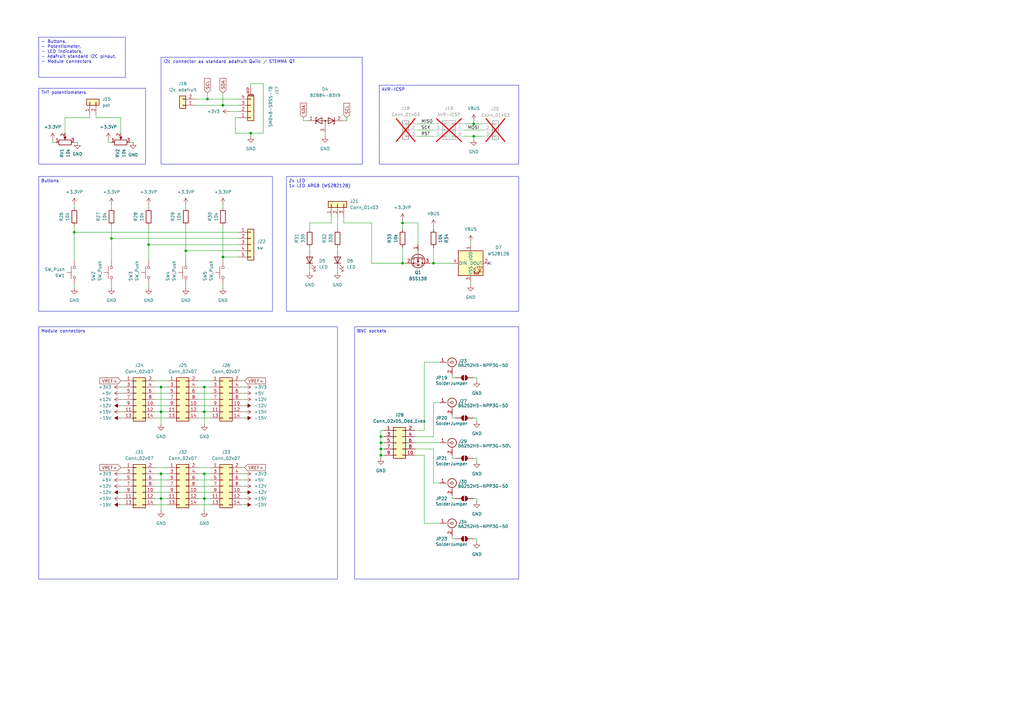
<source format=kicad_sch>
(kicad_sch (version 20250114) (generator "eeschema") (generator_version "9.0")
  (paper "A3")
  (text_box "Buttons" (at 15.875 72.39 0) (size 95.885 55.245) (margins 0.9525 0.9525 0.9525 0.9525) (effects (font (size 1.27 1.27)) (justify left top)))
  (text_box "i2c connector as standard adafruit Qwiic / STEMMA QT" (at 66.04 23.495 0) (size 82.55 43.815) (margins 0.9525 0.9525 0.9525 0.9525) (effects (font (size 1.27 1.27)) (justify left top)))
  (text_box "2x LED\n1x LED ARGB (WS28212B)" (at 117.475 72.39 0) (size 95.25 55.245) (margins 0.9525 0.9525 0.9525 0.9525) (effects (font (size 1.27 1.27)) (justify left top)))
  (text_box "THT potentiometers" (at 15.875 36.195 0) (size 43.815 31.115) (margins 0.9525 0.9525 0.9525 0.9525) (effects (font (size 1.27 1.27)) (justify left top)))
  (text_box "AVR-ICSP" (at 155.575 34.925 0) (size 57.15 32.385) (margins 0.9525 0.9525 0.9525 0.9525) (effects (font (size 1.27 1.27)) (justify left top)))
  (text_box "BNC sockets" (at 145.415 133.985 0) (size 67.31 103.505) (margins 0.9525 0.9525 0.9525 0.9525) (effects (font (size 1.27 1.27)) (justify left top)))
  (text_box "Module connectors" (at 15.875 133.985 0) (size 122.555 103.505) (margins 0.9525 0.9525 0.9525 0.9525) (effects (font (size 1.27 1.27)) (justify left top)))
  (text_box "- Buttons,\n- Potentiometer,\n- LED indicators,\n- Adafruit standard I2C pinout,\n- Module connectors" (at 15.875 15.24 0) (size 35.56 16.51) (margins 0.9525 0.9525 0.9525 0.9525) (effects (font (size 1.27 1.27)) (justify left top)))
  (junction (at 83.82 158.75))
  (junction (at 76.2 102.87))
  (junction (at 85.09 40.64))
  (junction (at 156.21 181.61))
  (junction (at 83.82 168.91))
  (junction (at 83.82 204.47))
  (junction (at 102.87 54.61))
  (junction (at 165.1 91.44))
  (junction (at 66.04 194.31))
  (junction (at 66.04 168.91))
  (junction (at 91.44 43.18))
  (junction (at 66.04 158.75))
  (junction (at 194.31 50.8))
  (junction (at 156.21 179.07))
  (junction (at 177.8 107.95))
  (junction (at 83.82 194.31))
  (junction (at 66.04 204.47))
  (junction (at 156.21 186.69))
  (junction (at 45.72 97.79))
  (junction (at 30.48 95.25))
  (junction (at 156.21 184.15))
  (junction (at 91.44 105.41))
  (junction (at 60.96 100.33))
  (junction (at 194.31 55.88))
  (junction (at 165.1 107.95))
  (no_connect (at 200.66 107.95))
  (wire (pts (xy 49.53 196.85) (xy 50.8 196.85)))
  (wire (pts (xy 81.28 156.21) (xy 86.36 156.21)))
  (wire (pts (xy 99.06 191.77) (xy 100.33 191.77)))
  (wire (pts (xy 195.58 205.74) (xy 195.58 204.47)))
  (wire (pts (xy 63.5 191.77) (xy 68.58 191.77)))
  (wire (pts (xy 49.53 191.77) (xy 50.8 191.77)))
  (wire (pts (xy 165.1 93.98) (xy 165.1 91.44)))
  (wire (pts (xy 186.69 187.96) (xy 185.42 187.96)))
  (wire (pts (xy 152.4 107.95) (xy 165.1 107.95)))
  (wire (pts (xy 140.97 88.9) (xy 140.97 91.44)))
  (wire (pts (xy 100.33 207.01) (xy 99.06 207.01)))
  (wire (pts (xy 81.28 201.93) (xy 86.36 201.93)))
  (wire (pts (xy 165.1 91.44) (xy 171.45 91.44)))
  (wire (pts (xy 66.04 209.55) (xy 66.04 204.47)))
  (wire (pts (xy 81.28 163.83) (xy 86.36 163.83)))
  (wire (pts (xy 30.48 92.71) (xy 30.48 95.25)))
  (wire (pts (xy 93.98 45.72) (xy 97.79 45.72)))
  (wire (pts (xy 81.28 158.75) (xy 83.82 158.75)))
  (wire (pts (xy 30.48 95.25) (xy 30.48 106.68)))
  (wire (pts (xy 173.99 214.63) (xy 180.34 214.63)))
  (wire (pts (xy 63.5 204.47) (xy 66.04 204.47)))
  (wire (pts (xy 185.42 204.47) (xy 185.42 203.2)))
  (wire (pts (xy 83.82 158.75) (xy 86.36 158.75)))
  (wire (pts (xy 66.04 194.31) (xy 66.04 204.47)))
  (wire (pts (xy 135.89 91.44) (xy 127 91.44)))
  (wire (pts (xy 60.96 118.11) (xy 60.96 116.84)))
  (wire (pts (xy 100.33 171.45) (xy 99.06 171.45)))
  (wire (pts (xy 177.8 179.07) (xy 177.8 165.1)))
  (wire (pts (xy 140.97 91.44) (xy 152.4 91.44)))
  (wire (pts (xy 127 101.6) (xy 127 102.87)))
  (wire (pts (xy 171.45 91.44) (xy 171.45 100.33)))
  (wire (pts (xy 49.53 156.21) (xy 50.8 156.21)))
  (wire (pts (xy 49.53 171.45) (xy 50.8 171.45)))
  (wire (pts (xy 100.33 168.91) (xy 99.06 168.91)))
  (wire (pts (xy 60.96 100.33) (xy 60.96 106.68)))
  (wire (pts (xy 156.21 187.96) (xy 156.21 186.69)))
  (wire (pts (xy 66.04 204.47) (xy 68.58 204.47)))
  (wire (pts (xy 31.75 58.42) (xy 30.48 58.42)))
  (wire (pts (xy 81.28 194.31) (xy 83.82 194.31)))
  (wire (pts (xy 171.45 53.34) (xy 177.8 53.34)))
  (wire (pts (xy 102.87 35.56) (xy 102.87 34.29)))
  (wire (pts (xy 80.01 43.18) (xy 91.44 43.18)))
  (wire (pts (xy 63.5 199.39) (xy 68.58 199.39)))
  (wire (pts (xy 165.1 101.6) (xy 165.1 107.95)))
  (wire (pts (xy 83.82 209.55) (xy 83.82 204.47)))
  (wire (pts (xy 76.2 102.87) (xy 76.2 106.68)))
  (wire (pts (xy 185.42 220.98) (xy 185.42 219.71)))
  (wire (pts (xy 156.21 181.61) (xy 157.48 181.61)))
  (wire (pts (xy 195.58 154.94) (xy 194.31 154.94)))
  (wire (pts (xy 60.96 83.82) (xy 60.96 85.09)))
  (wire (pts (xy 49.53 194.31) (xy 50.8 194.31)))
  (wire (pts (xy 138.43 101.6) (xy 138.43 102.87)))
  (wire (pts (xy 99.06 156.21) (xy 100.33 156.21)))
  (wire (pts (xy 96.52 54.61) (xy 102.87 54.61)))
  (wire (pts (xy 194.31 49.53) (xy 194.31 50.8)))
  (wire (pts (xy 63.5 161.29) (xy 68.58 161.29)))
  (wire (pts (xy 177.8 184.15) (xy 177.8 198.12)))
  (wire (pts (xy 156.21 184.15) (xy 157.48 184.15)))
  (wire (pts (xy 124.46 49.53) (xy 125.73 49.53)))
  (wire (pts (xy 195.58 156.21) (xy 195.58 154.94)))
  (wire (pts (xy 76.2 92.71) (xy 76.2 102.87)))
  (wire (pts (xy 100.33 158.75) (xy 99.06 158.75)))
  (wire (pts (xy 83.82 173.99) (xy 83.82 168.91)))
  (wire (pts (xy 100.33 194.31) (xy 99.06 194.31)))
  (wire (pts (xy 44.45 58.42) (xy 45.72 58.42)))
  (wire (pts (xy 194.31 50.8) (xy 198.12 50.8)))
  (wire (pts (xy 127 91.44) (xy 127 93.98)))
  (wire (pts (xy 49.53 48.26) (xy 39.37 48.26)))
  (wire (pts (xy 66.04 158.75) (xy 66.04 168.91)))
  (wire (pts (xy 170.18 176.53) (xy 173.99 176.53)))
  (wire (pts (xy 76.2 118.11) (xy 76.2 116.84)))
  (wire (pts (xy 186.69 154.94) (xy 185.42 154.94)))
  (wire (pts (xy 91.44 105.41) (xy 97.79 105.41)))
  (wire (pts (xy 97.79 48.26) (xy 96.52 48.26)))
  (wire (pts (xy 45.72 118.11) (xy 45.72 116.84)))
  (wire (pts (xy 39.37 48.26) (xy 39.37 46.99)))
  (wire (pts (xy 81.28 196.85) (xy 86.36 196.85)))
  (wire (pts (xy 63.5 171.45) (xy 68.58 171.45)))
  (wire (pts (xy 83.82 204.47) (xy 86.36 204.47)))
  (wire (pts (xy 81.28 171.45) (xy 86.36 171.45)))
  (wire (pts (xy 63.5 158.75) (xy 66.04 158.75)))
  (wire (pts (xy 81.28 168.91) (xy 83.82 168.91)))
  (wire (pts (xy 177.8 107.95) (xy 185.42 107.95)))
  (wire (pts (xy 195.58 220.98) (xy 194.31 220.98)))
  (wire (pts (xy 81.28 204.47) (xy 83.82 204.47)))
  (wire (pts (xy 85.09 38.1) (xy 85.09 40.64)))
  (wire (pts (xy 44.45 57.15) (xy 44.45 58.42)))
  (wire (pts (xy 195.58 187.96) (xy 194.31 187.96)))
  (wire (pts (xy 156.21 179.07) (xy 156.21 176.53)))
  (wire (pts (xy 107.95 54.61) (xy 102.87 54.61)))
  (wire (pts (xy 91.44 118.11) (xy 91.44 116.84)))
  (wire (pts (xy 49.53 207.01) (xy 50.8 207.01)))
  (wire (pts (xy 63.5 166.37) (xy 68.58 166.37)))
  (wire (pts (xy 165.1 107.95) (xy 166.37 107.95)))
  (wire (pts (xy 173.99 186.69) (xy 173.99 214.63)))
  (wire (pts (xy 60.96 92.71) (xy 60.96 100.33)))
  (wire (pts (xy 138.43 88.9) (xy 138.43 93.98)))
  (wire (pts (xy 49.53 201.93) (xy 50.8 201.93)))
  (wire (pts (xy 85.09 40.64) (xy 97.79 40.64)))
  (wire (pts (xy 170.18 184.15) (xy 177.8 184.15)))
  (wire (pts (xy 102.87 55.88) (xy 102.87 54.61)))
  (wire (pts (xy 100.33 163.83) (xy 99.06 163.83)))
  (wire (pts (xy 49.53 166.37) (xy 50.8 166.37)))
  (wire (pts (xy 195.58 172.72) (xy 195.58 171.45)))
  (wire (pts (xy 49.53 158.75) (xy 50.8 158.75)))
  (wire (pts (xy 186.69 220.98) (xy 185.42 220.98)))
  (wire (pts (xy 63.5 196.85) (xy 68.58 196.85)))
  (wire (pts (xy 170.18 181.61) (xy 180.34 181.61)))
  (wire (pts (xy 100.33 166.37) (xy 99.06 166.37)))
  (wire (pts (xy 83.82 168.91) (xy 86.36 168.91)))
  (wire (pts (xy 83.82 158.75) (xy 83.82 168.91)))
  (wire (pts (xy 195.58 189.23) (xy 195.58 187.96)))
  (wire (pts (xy 81.28 191.77) (xy 86.36 191.77)))
  (wire (pts (xy 185.42 154.94) (xy 185.42 153.67)))
  (wire (pts (xy 124.46 48.26) (xy 124.46 49.53)))
  (wire (pts (xy 194.31 55.88) (xy 194.31 57.15)))
  (wire (pts (xy 170.18 186.69) (xy 173.99 186.69)))
  (wire (pts (xy 76.2 83.82) (xy 76.2 85.09)))
  (wire (pts (xy 100.33 161.29) (xy 99.06 161.29)))
  (wire (pts (xy 49.53 204.47) (xy 50.8 204.47)))
  (wire (pts (xy 194.31 55.88) (xy 198.12 55.88)))
  (wire (pts (xy 30.48 118.11) (xy 30.48 116.84)))
  (wire (pts (xy 156.21 186.69) (xy 157.48 186.69)))
  (wire (pts (xy 186.69 171.45) (xy 185.42 171.45)))
  (wire (pts (xy 156.21 184.15) (xy 156.21 181.61)))
  (wire (pts (xy 135.89 88.9) (xy 135.89 91.44)))
  (wire (pts (xy 100.33 196.85) (xy 99.06 196.85)))
  (wire (pts (xy 45.72 97.79) (xy 45.72 106.68)))
  (wire (pts (xy 80.01 40.64) (xy 85.09 40.64)))
  (wire (pts (xy 63.5 163.83) (xy 68.58 163.83)))
  (wire (pts (xy 171.45 55.88) (xy 177.8 55.88)))
  (wire (pts (xy 177.8 198.12) (xy 180.34 198.12)))
  (wire (pts (xy 195.58 222.25) (xy 195.58 220.98)))
  (wire (pts (xy 66.04 194.31) (xy 68.58 194.31)))
  (wire (pts (xy 66.04 168.91) (xy 68.58 168.91)))
  (wire (pts (xy 45.72 92.71) (xy 45.72 97.79)))
  (wire (pts (xy 142.24 48.26) (xy 142.24 49.53)))
  (wire (pts (xy 81.28 199.39) (xy 86.36 199.39)))
  (wire (pts (xy 156.21 176.53) (xy 157.48 176.53)))
  (wire (pts (xy 100.33 204.47) (xy 99.06 204.47)))
  (wire (pts (xy 173.99 148.59) (xy 180.34 148.59)))
  (wire (pts (xy 176.53 107.95) (xy 177.8 107.95)))
  (wire (pts (xy 26.67 48.26) (xy 26.67 54.61)))
  (wire (pts (xy 171.45 50.8) (xy 177.8 50.8)))
  (wire (pts (xy 185.42 187.96) (xy 185.42 186.69)))
  (wire (pts (xy 49.53 163.83) (xy 50.8 163.83)))
  (wire (pts (xy 185.42 171.45) (xy 185.42 170.18)))
  (wire (pts (xy 152.4 91.44) (xy 152.4 107.95)))
  (wire (pts (xy 63.5 194.31) (xy 66.04 194.31)))
  (wire (pts (xy 91.44 38.1) (xy 91.44 43.18)))
  (wire (pts (xy 127 111.76) (xy 127 110.49)))
  (wire (pts (xy 83.82 194.31) (xy 86.36 194.31)))
  (wire (pts (xy 190.5 55.88) (xy 194.31 55.88)))
  (wire (pts (xy 91.44 92.71) (xy 91.44 105.41)))
  (wire (pts (xy 81.28 161.29) (xy 86.36 161.29)))
  (wire (pts (xy 138.43 111.76) (xy 138.43 110.49)))
  (wire (pts (xy 21.59 58.42) (xy 22.86 58.42)))
  (wire (pts (xy 30.48 83.82) (xy 30.48 85.09)))
  (wire (pts (xy 36.83 48.26) (xy 26.67 48.26)))
  (wire (pts (xy 49.53 199.39) (xy 50.8 199.39)))
  (wire (pts (xy 186.69 204.47) (xy 185.42 204.47)))
  (wire (pts (xy 195.58 204.47) (xy 194.31 204.47)))
  (wire (pts (xy 63.5 201.93) (xy 68.58 201.93)))
  (wire (pts (xy 91.44 43.18) (xy 97.79 43.18)))
  (wire (pts (xy 165.1 90.17) (xy 165.1 91.44)))
  (wire (pts (xy 195.58 171.45) (xy 194.31 171.45)))
  (wire (pts (xy 100.33 201.93) (xy 99.06 201.93)))
  (wire (pts (xy 170.18 179.07) (xy 177.8 179.07)))
  (wire (pts (xy 156.21 186.69) (xy 156.21 184.15)))
  (wire (pts (xy 100.33 199.39) (xy 99.06 199.39)))
  (wire (pts (xy 45.72 83.82) (xy 45.72 85.09)))
  (wire (pts (xy 76.2 102.87) (xy 97.79 102.87)))
  (wire (pts (xy 193.04 116.84) (xy 193.04 115.57)))
  (wire (pts (xy 21.59 57.15) (xy 21.59 58.42)))
  (wire (pts (xy 177.8 107.95) (xy 177.8 101.6)))
  (wire (pts (xy 96.52 48.26) (xy 96.52 54.61)))
  (wire (pts (xy 190.5 50.8) (xy 194.31 50.8)))
  (wire (pts (xy 91.44 105.41) (xy 91.44 106.68)))
  (wire (pts (xy 177.8 165.1) (xy 180.34 165.1)))
  (wire (pts (xy 133.35 54.61) (xy 133.35 55.88)))
  (wire (pts (xy 177.8 92.71) (xy 177.8 93.98)))
  (wire (pts (xy 83.82 194.31) (xy 83.82 204.47)))
  (wire (pts (xy 66.04 168.91) (xy 66.04 173.99)))
  (wire (pts (xy 156.21 179.07) (xy 157.48 179.07)))
  (wire (pts (xy 54.61 58.42) (xy 53.34 58.42)))
  (wire (pts (xy 91.44 83.82) (xy 91.44 85.09)))
  (wire (pts (xy 102.87 34.29) (xy 107.95 34.29)))
  (wire (pts (xy 30.48 95.25) (xy 97.79 95.25)))
  (wire (pts (xy 49.53 54.61) (xy 49.53 48.26)))
  (wire (pts (xy 63.5 207.01) (xy 68.58 207.01)))
  (wire (pts (xy 81.28 207.01) (xy 86.36 207.01)))
  (wire (pts (xy 142.24 49.53) (xy 140.97 49.53)))
  (wire (pts (xy 36.83 46.99) (xy 36.83 48.26)))
  (wire (pts (xy 49.53 161.29) (xy 50.8 161.29)))
  (wire (pts (xy 66.04 158.75) (xy 68.58 158.75)))
  (wire (pts (xy 156.21 181.61) (xy 156.21 179.07)))
  (wire (pts (xy 60.96 100.33) (xy 97.79 100.33)))
  (wire (pts (xy 63.5 156.21) (xy 68.58 156.21)))
  (wire (pts (xy 173.99 176.53) (xy 173.99 148.59)))
  (wire (pts (xy 63.5 168.91) (xy 66.04 168.91)))
  (wire (pts (xy 107.95 34.29) (xy 107.95 54.61)))
  (wire (pts (xy 45.72 97.79) (xy 97.79 97.79)))
  (wire (pts (xy 193.04 99.06) (xy 193.04 100.33)))
  (wire (pts (xy 81.28 166.37) (xy 86.36 166.37)))
  (wire (pts (xy 49.53 168.91) (xy 50.8 168.91)))
  (wire (pts (xy 190.5 53.34) (xy 198.12 53.34)))
  (label "SCK" (at 172.72 53.34 0))
  (label "MOSI" (at 191.77 53.34 0))
  (label "MISO" (at 172.72 50.8 0))
  (label "RST" (at 172.72 55.88 0))
  (global_label "VREF+" (shape input) (at 100.33 191.77 0) (property "Intersheetrefs" "${INTERSHEET_REFS}" (effects (hide yes))))
  (global_label "SDA" (shape input) (at 91.44 38.1 90) (property "Intersheetrefs" "${INTERSHEET_REFS}" (effects (hide yes))))
  (global_label "VREF+" (shape input) (at 49.53 191.77 180) (property "Intersheetrefs" "${INTERSHEET_REFS}" (effects (hide yes))))
  (global_label "SDA" (shape input) (at 124.46 48.26 90) (property "Intersheetrefs" "${INTERSHEET_REFS}" (effects (hide yes))))
  (global_label "VREF+" (shape input) (at 49.53 156.21 180) (property "Intersheetrefs" "${INTERSHEET_REFS}" (effects (hide yes))))
  (global_label "VREF+" (shape input) (at 100.33 156.21 0) (property "Intersheetrefs" "${INTERSHEET_REFS}" (effects (hide yes))))
  (global_label "SCL" (shape input) (at 85.09 38.1 90) (property "Intersheetrefs" "${INTERSHEET_REFS}" (effects (hide yes))))
  (global_label "SCL" (shape input) (at 142.24 48.26 90) (property "Intersheetrefs" "${INTERSHEET_REFS}" (effects (hide yes))))
  (symbol (lib_id "power:+3.3VP") (at 30.48 83.82 0) (unit 1)
    (property "Reference" "#PWR094" (effects (hide yes)))
    (property "Value" "+3.3VP" (at 30.48 78.74 0))
    (property "Description" "Power symbol creates a global label with name \"+3.3VP\"" (effects (hide yes)))
  )
  (symbol (lib_id "Device:R_Potentiometer") (at 49.53 58.42 90) (unit 1)
    (property "Reference" "RV2" (at 48.2599 60.96 0) (effects (justify right)))
    (property "Value" "10k" (at 50.7999 60.96 0) (effects (justify right)))
    (property "Footprint" "Potentiometer_THT:Potentiometer_Bourns_3296W_Vertical" (effects (hide yes)))
    (property "Description" "Potentiometer" (effects (hide yes)))
  )
  (symbol (lib_id "power:-15V") (at 100.33 207.01 270) (mirror x) (unit 1)
    (property "Reference" "#PWR0140" (effects (hide yes)))
    (property "Value" "-15V" (at 104.14 207.0099 90) (effects (justify left)))
    (property "Description" "Power symbol creates a global label with name \"-15V\"" (effects (hide yes)))
  )
  (symbol (lib_id "Connector_Generic_MountingPin:Conn_01x04_MountingPin") (at 102.87 45.72 0) (mirror x) (unit 1)
    (property "Reference" "J17" (at 113.538 35.306 90) (effects (justify left)))
    (property "Value" "SM04B-SRSS-TB" (at 110.998 35.306 90) (effects (justify left)))
    (property "Footprint" "Connector_JST:JST_SH_SM04B-SRSS-TB_1x04-1MP_P1.00mm_Horizontal" (effects (hide yes)))
    (property "Description" "Generic connectable mounting pin connector, single row, 01x04, script generated (kicad-library-utils/schlib/autogen/connector/)" (effects (hide yes)))
  )
  (symbol (lib_id "Connector_Generic:Conn_01x05") (at 102.87 100.33 0) (unit 1)
    (property "Reference" "J22" (at 105.41 99.0599 0) (effects (justify left)))
    (property "Value" "sw" (at 105.41 101.5999 0) (effects (justify left)))
    (property "Footprint" "Connector_PinHeader_2.54mm:PinHeader_1x05_P2.54mm_Vertical" (effects (hide yes)))
    (property "Description" "Generic connector, single row, 01x05, script generated (kicad-library-utils/schlib/autogen/connector/)" (effects (hide yes)))
  )
  (symbol (lib_id "power:GND") (at 138.43 111.76 0) (unit 1)
    (property "Reference" "#PWR0103" (effects (hide yes)))
    (property "Value" "GND" (at 138.43 116.84 0))
    (property "Description" "Power symbol creates a global label with name \"GND\" , ground" (effects (hide yes)))
  )
  (symbol (lib_id "power:GND") (at 127 111.76 0) (unit 1)
    (property "Reference" "#PWR0102" (effects (hide yes)))
    (property "Value" "GND" (at 127 116.84 0))
    (property "Description" "Power symbol creates a global label with name \"GND\" , ground" (effects (hide yes)))
  )
  (symbol (lib_id "power:GND") (at 195.58 156.21 0) (unit 1)
    (property "Reference" "#PWR0110" (effects (hide yes)))
    (property "Value" "GND" (at 195.58 161.29 0))
    (property "Description" "Power symbol creates a global label with name \"GND\" , ground" (effects (hide yes)))
  )
  (symbol (lib_id "Switch:SW_Push") (at 91.44 111.76 90) (unit 1)
    (property "Reference" "SW5" (at 84.074 115.316 0) (effects (justify left)))
    (property "Value" "SW_Push" (at 86.614 115.316 0) (effects (justify left)))
    (property "Footprint" "Button_Switch_THT:SW_PUSH_6mm_H5mm" (effects (hide yes)))
    (property "Description" "Push button switch, generic, two pins" (effects (hide yes)))
  )
  (symbol (lib_id "Device:R") (at 177.8 97.79 0) (mirror x) (unit 1)
    (property "Reference" "R34" (at 183.134 97.79 90))
    (property "Value" "10k" (at 180.594 97.79 90))
    (property "Footprint" "Resistor_SMD:R_0603_1608Metric_Pad0.98x0.95mm_HandSolder" (effects (hide yes)))
    (property "Description" "Resistor" (effects (hide yes)))
  )
  (symbol (lib_id "power:+3.3VP") (at 165.1 90.17 0) (unit 1)
    (property "Reference" "#PWR099" (effects (hide yes)))
    (property "Value" "+3.3VP" (at 165.1 85.09 0))
    (property "Description" "Power symbol creates a global label with name \"+3.3VP\"" (effects (hide yes)))
  )
  (symbol (lib_id "power:GND") (at 195.58 172.72 0) (unit 1)
    (property "Reference" "#PWR0123" (effects (hide yes)))
    (property "Value" "GND" (at 195.58 177.8 0))
    (property "Description" "Power symbol creates a global label with name \"GND\" , ground" (effects (hide yes)))
  )
  (symbol (lib_id "power:+15V") (at 49.53 204.47 90) (unit 1)
    (property "Reference" "#PWR0136" (effects (hide yes)))
    (property "Value" "+15V" (at 45.72 204.4699 90) (effects (justify left)))
    (property "Description" "Power symbol creates a global label with name \"+15V\"" (effects (hide yes)))
  )
  (symbol (lib_id "Device:LED") (at 138.43 106.68 90) (unit 1)
    (property "Reference" "D6" (at 142.24 106.9974 90) (effects (justify right)))
    (property "Value" "LED" (at 142.24 109.5374 90) (effects (justify right)))
    (property "Footprint" "LED_SMD:LED_1206_3216Metric" (effects (hide yes)))
    (property "Description" "Light emitting diode" (effects (hide yes)))
    (property "Sim.Pins" "1=K 2=A" (effects (hide yes)))
  )
  (symbol (lib_id "power:GND") (at 83.82 173.99 0) (mirror y) (unit 1)
    (property "Reference" "#PWR0125" (effects (hide yes)))
    (property "Value" "GND" (at 83.82 179.07 0))
    (property "Description" "Power symbol creates a global label with name \"GND\" , ground" (effects (hide yes)))
  )
  (symbol (lib_id "power:GND") (at 45.72 118.11 0) (unit 1)
    (property "Reference" "#PWR0106" (effects (hide yes)))
    (property "Value" "GND" (at 45.72 123.19 0))
    (property "Description" "Power symbol creates a global label with name \"GND\" , ground" (effects (hide yes)))
  )
  (symbol (lib_id "Device:R") (at 127 97.79 180) (unit 1)
    (property "Reference" "R31" (at 121.666 97.79 90))
    (property "Value" "330" (at 124.206 97.79 90))
    (property "Footprint" "Resistor_SMD:R_0603_1608Metric_Pad0.98x0.95mm_HandSolder" (effects (hide yes)))
    (property "Description" "Resistor" (effects (hide yes)))
  )
  (symbol (lib_id "Connector_Generic:Conn_02x05_Odd_Even") (at 162.56 181.61 0) (unit 1)
    (property "Reference" "J28" (at 163.83 170.18 0))
    (property "Value" "Conn_02x05_Odd_Even" (at 163.83 172.72 0))
    (property "Footprint" "Connector_PinHeader_2.54mm:PinHeader_2x05_P2.54mm_Vertical" (effects (hide yes)))
    (property "Description" "Generic connector, double row, 02x05, odd/even pin numbering scheme (row 1 odd numbers, row 2 even numbers), script generated (kicad-library-utils/schlib/autogen/connector/)" (effects (hide yes)))
  )
  (symbol (lib_id "power:-15V") (at 49.53 171.45 90) (unit 1)
    (property "Reference" "#PWR0121" (effects (hide yes)))
    (property "Value" "-15V" (at 45.72 171.4499 90) (effects (justify left)))
    (property "Description" "Power symbol creates a global label with name \"-15V\"" (effects (hide yes)))
  )
  (symbol (lib_id "power:-12V") (at 100.33 201.93 270) (mirror x) (unit 1)
    (property "Reference" "#PWR0135" (effects (hide yes)))
    (property "Value" "-12V" (at 104.14 201.9299 90) (effects (justify left)))
    (property "Description" "Power symbol creates a global label with name \"-12V\"" (effects (hide yes)))
  )
  (symbol (lib_id "Jumper:SolderJumper_2_Open") (at 190.5 204.47 180) (unit 1) (in_bom no)
    (property "Reference" "JP22" (at 181.102 204.47 0))
    (property "Value" "SolderJumper" (at 185.166 206.7169 0))
    (property "Footprint" "Jumper:SolderJumper-2_P1.3mm_Open_TrianglePad1.0x1.5mm" (effects (hide yes)))
    (property "Description" "Solder Jumper, 2-pole, open" (effects (hide yes)))
  )
  (symbol (lib_id "power:+5V") (at 49.53 161.29 90) (unit 1)
    (property "Reference" "#PWR0113" (effects (hide yes)))
    (property "Value" "+5V" (at 45.72 161.2899 90) (effects (justify left)))
    (property "Description" "Power symbol creates a global label with name \"+5V\"" (effects (hide yes)))
  )
  (symbol (lib_id "power:+3.3VP") (at 76.2 83.82 0) (unit 1)
    (property "Reference" "#PWR097" (effects (hide yes)))
    (property "Value" "+3.3VP" (at 76.2 78.74 0))
    (property "Description" "Power symbol creates a global label with name \"+3.3VP\"" (effects (hide yes)))
  )
  (symbol (lib_id "Jumper:SolderJumper_2_Open") (at 190.5 220.98 180) (unit 1) (in_bom no)
    (property "Reference" "JP23" (at 181.102 220.98 0))
    (property "Value" "SolderJumper" (at 185.166 223.2269 0))
    (property "Footprint" "Jumper:SolderJumper-2_P1.3mm_Open_TrianglePad1.0x1.5mm" (effects (hide yes)))
    (property "Description" "Solder Jumper, 2-pole, open" (effects (hide yes)))
  )
  (symbol (lib_id "Device:R") (at 60.96 88.9 180) (unit 1)
    (property "Reference" "R28" (at 55.626 88.9 90))
    (property "Value" "10k" (at 58.166 88.9 90))
    (property "Footprint" "Resistor_SMD:R_0603_1608Metric_Pad0.98x0.95mm_HandSolder" (effects (hide yes)))
    (property "Description" "Resistor" (effects (hide yes)))
  )
  (symbol (lib_id "power:-15V") (at 49.53 207.01 90) (unit 1)
    (property "Reference" "#PWR0139" (effects (hide yes)))
    (property "Value" "-15V" (at 45.72 207.0099 90) (effects (justify left)))
    (property "Description" "Power symbol creates a global label with name \"-15V\"" (effects (hide yes)))
  )
  (symbol (lib_id "Connector_Generic:Conn_02x03_Odd_Even") (at 182.88 53.34 0) (unit 1) (in_bom no) (dnp yes)
    (property "Reference" "J19" (at 184.15 44.45 0))
    (property "Value" "AVR-ICSP" (at 184.15 46.99 0))
    (property "Footprint" "Connector_PinHeader_2.54mm:PinHeader_2x03_P2.54mm_Vertical" (effects (hide yes)))
    (property "Description" "Generic connector, double row, 02x03, odd/even pin numbering scheme (row 1 odd numbers, row 2 even numbers), script generated (kicad-library-utils/schlib/autogen/connector/)" (effects (hide yes)))
  )
  (symbol (lib_id "Transistor_FET:BSS138") (at 171.45 105.41 270) (unit 1)
    (property "Reference" "Q1" (at 171.45 111.76 90))
    (property "Value" "BSS138" (at 171.45 114.3 90))
    (property "Footprint" "Package_TO_SOT_SMD:SOT-23" (effects (hide yes)))
    (property "Datasheet" "https://www.onsemi.com/pub/Collateral/BSS138-D.PDF" (effects (hide yes)))
    (property "Description" "50V Vds, 0.22A Id, N-Channel MOSFET, SOT-23" (effects (hide yes)))
  )
  (symbol (lib_id "power:+3.3VP") (at 21.59 57.15 0) (unit 1)
    (property "Reference" "#PWR089" (effects (hide yes)))
    (property "Value" "+3.3VP" (at 21.59 52.07 0))
    (property "Description" "Power symbol creates a global label with name \"+3.3VP\"" (effects (hide yes)))
  )
  (symbol (lib_id "Switch:SW_Push") (at 60.96 111.76 90) (unit 1)
    (property "Reference" "SW3" (at 53.594 115.316 0) (effects (justify left)))
    (property "Value" "SW_Push" (at 56.134 115.316 0) (effects (justify left)))
    (property "Footprint" "Button_Switch_THT:SW_PUSH_6mm_H5mm" (effects (hide yes)))
    (property "Description" "Push button switch, generic, two pins" (effects (hide yes)))
  )
  (symbol (lib_id "power:GND") (at 193.04 116.84 0) (unit 1)
    (property "Reference" "#PWR0104" (effects (hide yes)))
    (property "Value" "GND" (at 193.04 121.92 0))
    (property "Description" "Power symbol creates a global label with name \"GND\" , ground" (effects (hide yes)))
  )
  (symbol (lib_id "Connector_Generic:Conn_02x07_Odd_Even") (at 55.88 199.39 0) (unit 1)
    (property "Reference" "J31" (at 57.15 185.42 0))
    (property "Value" "Conn_02x07" (at 57.15 187.96 0))
    (property "Footprint" "Connector_PinHeader_2.54mm:PinHeader_2x07_P2.54mm_Vertical" (effects (hide yes)))
    (property "Description" "Generic connector, double row, 02x07, odd/even pin numbering scheme (row 1 odd numbers, row 2 even numbers), script generated (kicad-library-utils/schlib/autogen/connector/)" (effects (hide yes)))
  )
  (symbol (lib_id "Device:R") (at 45.72 88.9 180) (unit 1)
    (property "Reference" "R27" (at 40.386 88.9 90))
    (property "Value" "10k" (at 42.926 88.9 90))
    (property "Footprint" "Resistor_SMD:R_0603_1608Metric_Pad0.98x0.95mm_HandSolder" (effects (hide yes)))
    (property "Description" "Resistor" (effects (hide yes)))
  )
  (symbol (lib_id "Device:R") (at 91.44 88.9 180) (unit 1)
    (property "Reference" "R30" (at 86.106 88.9 90))
    (property "Value" "10k" (at 88.646 88.9 90))
    (property "Footprint" "Resistor_SMD:R_0603_1608Metric_Pad0.98x0.95mm_HandSolder" (effects (hide yes)))
    (property "Description" "Resistor" (effects (hide yes)))
  )
  (symbol (lib_id "power:GND") (at 31.75 58.42 0) (unit 1)
    (property "Reference" "#PWR092" (effects (hide yes)))
    (property "Value" "GND" (at 31.75 63.1825 0))
    (property "Description" "Power symbol creates a global label with name \"GND\" , ground" (effects (hide yes)))
  )
  (symbol (lib_id "Connector_Generic:Conn_02x07_Odd_Even") (at 91.44 163.83 0) (unit 1)
    (property "Reference" "J26" (at 92.71 149.86 0))
    (property "Value" "Conn_02x07" (at 92.71 152.4 0))
    (property "Footprint" "Connector_PinHeader_2.54mm:PinHeader_2x07_P2.54mm_Vertical" (effects (hide yes)))
    (property "Description" "Generic connector, double row, 02x07, odd/even pin numbering scheme (row 1 odd numbers, row 2 even numbers), script generated (kicad-library-utils/schlib/autogen/connector/)" (effects (hide yes)))
  )
  (symbol (lib_id "power:+3.3VP") (at 91.44 83.82 0) (unit 1)
    (property "Reference" "#PWR098" (effects (hide yes)))
    (property "Value" "+3.3VP" (at 91.44 78.74 0))
    (property "Description" "Power symbol creates a global label with name \"+3.3VP\"" (effects (hide yes)))
  )
  (symbol (lib_id "power:+3.3VP") (at 44.45 57.15 0) (unit 1)
    (property "Reference" "#PWR090" (effects (hide yes)))
    (property "Value" "+3.3VP" (at 44.45 52.07 0))
    (property "Description" "Power symbol creates a global label with name \"+3.3VP\"" (effects (hide yes)))
  )
  (symbol (lib_id "power:+15V") (at 100.33 204.47 270) (mirror x) (unit 1)
    (property "Reference" "#PWR0137" (effects (hide yes)))
    (property "Value" "+15V" (at 104.14 204.4699 90) (effects (justify left)))
    (property "Description" "Power symbol creates a global label with name \"+15V\"" (effects (hide yes)))
  )
  (symbol (lib_id "Connector_Generic:Conn_01x02") (at 74.93 43.18 180) (unit 1)
    (property "Reference" "J16" (at 74.93 34.29 0))
    (property "Value" "i2c adafruit" (at 74.93 36.83 0))
    (property "Footprint" "Connector_PinHeader_2.54mm:PinHeader_1x02_P2.54mm_Vertical" (effects (hide yes)))
    (property "Description" "Generic connector, single row, 01x02, script generated (kicad-library-utils/schlib/autogen/connector/)" (effects (hide yes)))
  )
  (symbol (lib_id "Connector_Generic:Conn_01x02") (at 36.83 41.91 90) (unit 1)
    (property "Reference" "J15" (at 41.91 40.6399 90) (effects (justify right)))
    (property "Value" "pot" (at 41.91 43.1799 90) (effects (justify right)))
    (property "Footprint" "Connector_PinHeader_2.54mm:PinHeader_1x02_P2.54mm_Vertical" (effects (hide yes)))
    (property "Description" "Generic connector, single row, 01x02, script generated (kicad-library-utils/schlib/autogen/connector/)" (effects (hide yes)))
  )
  (symbol (lib_id "Device:R") (at 138.43 97.79 180) (unit 1)
    (property "Reference" "R32" (at 133.096 97.79 90))
    (property "Value" "330" (at 135.636 97.79 90))
    (property "Footprint" "Resistor_SMD:R_0603_1608Metric_Pad0.98x0.95mm_HandSolder" (effects (hide yes)))
    (property "Description" "Resistor" (effects (hide yes)))
  )
  (symbol (lib_id "power:GND") (at 66.04 209.55 0) (mirror y) (unit 1)
    (property "Reference" "#PWR0141" (effects (hide yes)))
    (property "Value" "GND" (at 66.04 214.63 0))
    (property "Description" "Power symbol creates a global label with name \"GND\" , ground" (effects (hide yes)))
  )
  (symbol (lib_id "power:+3V3") (at 93.98 45.72 90) (unit 1)
    (property "Reference" "#PWR085" (effects (hide yes)))
    (property "Value" "+3V3" (at 90.17 45.7199 90) (effects (justify left)))
    (property "Description" "Power symbol creates a global label with name \"+3V3\"" (effects (hide yes)))
  )
  (symbol (lib_id "power:VBUS") (at 177.8 92.71 0) (unit 1)
    (property "Reference" "#PWR0100" (effects (hide yes)))
    (property "Value" "VBUS" (at 177.8 87.63 0))
    (property "Description" "Power symbol creates a global label with name \"VBUS\"" (effects (hide yes)))
  )
  (symbol (lib_id "power:+5V") (at 49.53 196.85 90) (unit 1)
    (property "Reference" "#PWR0130" (effects (hide yes)))
    (property "Value" "+5V" (at 45.72 196.8499 90) (effects (justify left)))
    (property "Description" "Power symbol creates a global label with name \"+5V\"" (effects (hide yes)))
  )
  (symbol (lib_id "power:+3V3") (at 100.33 194.31 270) (unit 1)
    (property "Reference" "#PWR0129" (effects (hide yes)))
    (property "Value" "+3V3" (at 104.14 194.3099 90) (effects (justify left)))
    (property "Description" "Power symbol creates a global label with name \"+3V3\"" (effects (hide yes)))
  )
  (symbol (lib_id "power:+3V3") (at 49.53 194.31 90) (unit 1)
    (property "Reference" "#PWR0128" (effects (hide yes)))
    (property "Value" "+3V3" (at 45.72 194.3099 90) (effects (justify left)))
    (property "Description" "Power symbol creates a global label with name \"+3V3\"" (effects (hide yes)))
  )
  (symbol (lib_id "power:GND") (at 195.58 189.23 0) (unit 1)
    (property "Reference" "#PWR0127" (effects (hide yes)))
    (property "Value" "GND" (at 195.58 194.31 0))
    (property "Description" "Power symbol creates a global label with name \"GND\" , ground" (effects (hide yes)))
  )
  (symbol (lib_id "power:+3.3VP") (at 60.96 83.82 0) (unit 1)
    (property "Reference" "#PWR096" (effects (hide yes)))
    (property "Value" "+3.3VP" (at 60.96 78.74 0))
    (property "Description" "Power symbol creates a global label with name \"+3.3VP\"" (effects (hide yes)))
  )
  (symbol (lib_id "power:+3.3VP") (at 45.72 83.82 0) (unit 1)
    (property "Reference" "#PWR095" (effects (hide yes)))
    (property "Value" "+3.3VP" (at 45.72 78.74 0))
    (property "Description" "Power symbol creates a global label with name \"+3.3VP\"" (effects (hide yes)))
  )
  (symbol (lib_id "Device:R") (at 76.2 88.9 180) (unit 1)
    (property "Reference" "R29" (at 70.866 88.9 90))
    (property "Value" "10k" (at 73.406 88.9 90))
    (property "Footprint" "Resistor_SMD:R_0603_1608Metric_Pad0.98x0.95mm_HandSolder" (effects (hide yes)))
    (property "Description" "Resistor" (effects (hide yes)))
  )
  (symbol (lib_id "power:VBUS") (at 193.04 99.06 0) (unit 1)
    (property "Reference" "#PWR0101" (effects (hide yes)))
    (property "Value" "VBUS" (at 193.04 93.98 0))
    (property "Description" "Power symbol creates a global label with name \"VBUS\"" (effects (hide yes)))
  )
  (symbol (lib_id "power:GND") (at 30.48 118.11 0) (unit 1)
    (property "Reference" "#PWR0105" (effects (hide yes)))
    (property "Value" "GND" (at 30.48 123.19 0))
    (property "Description" "Power symbol creates a global label with name \"GND\" , ground" (effects (hide yes)))
  )
  (symbol (lib_id "power:GND") (at 102.87 55.88 0) (unit 1)
    (property "Reference" "#PWR087" (effects (hide yes)))
    (property "Value" "GND" (at 102.87 60.96 0))
    (property "Description" "Power symbol creates a global label with name \"GND\" , ground" (effects (hide yes)))
  )
  (symbol (lib_id "Switch:SW_Push") (at 76.2 111.76 90) (unit 1)
    (property "Reference" "SW4" (at 68.834 115.316 0) (effects (justify left)))
    (property "Value" "SW_Push" (at 71.374 115.316 0) (effects (justify left)))
    (property "Footprint" "Button_Switch_THT:SW_PUSH_6mm_H5mm" (effects (hide yes)))
    (property "Description" "Push button switch, generic, two pins" (effects (hide yes)))
  )
  (symbol (lib_id "power:-12V") (at 49.53 201.93 90) (unit 1)
    (property "Reference" "#PWR0134" (effects (hide yes)))
    (property "Value" "-12V" (at 45.72 201.9299 90) (effects (justify left)))
    (property "Description" "Power symbol creates a global label with name \"-12V\"" (effects (hide yes)))
  )
  (symbol (lib_id "Connector_Generic:Conn_01x03") (at 166.37 53.34 0) (mirror y) (unit 1) (in_bom no) (dnp yes)
    (property "Reference" "J18" (at 166.37 44.45 0))
    (property "Value" "Conn_01x03" (at 166.37 46.99 0))
    (property "Footprint" "Connector_PinHeader_2.54mm:PinHeader_1x03_P2.54mm_Vertical" (effects (hide yes)))
    (property "Description" "Generic connector, single row, 01x03, script generated (kicad-library-utils/schlib/autogen/connector/)" (effects (hide yes)))
  )
  (symbol (lib_id "power:GND") (at 194.31 57.15 0) (unit 1)
    (property "Reference" "#PWR091" (effects (hide yes)))
    (property "Value" "GND" (at 194.31 62.23 0))
    (property "Description" "Power symbol creates a global label with name \"GND\" , ground" (effects (hide yes)))
  )
  (symbol (lib_id "power:+12V") (at 49.53 199.39 90) (unit 1)
    (property "Reference" "#PWR0132" (effects (hide yes)))
    (property "Value" "+12V" (at 45.72 199.3899 90) (effects (justify left)))
    (property "Description" "Power symbol creates a global label with name \"+12V\"" (effects (hide yes)))
  )
  (symbol (lib_id "Jumper:SolderJumper_2_Open") (at 190.5 171.45 180) (unit 1) (in_bom no)
    (property "Reference" "JP20" (at 181.102 171.45 0))
    (property "Value" "SolderJumper" (at 185.166 173.6969 0))
    (property "Footprint" "Jumper:SolderJumper-2_P1.3mm_Open_TrianglePad1.0x1.5mm" (effects (hide yes)))
    (property "Description" "Solder Jumper, 2-pole, open" (effects (hide yes)))
  )
  (symbol (lib_id "power:GND") (at 66.04 173.99 0) (mirror y) (unit 1)
    (property "Reference" "#PWR0124" (effects (hide yes)))
    (property "Value" "GND" (at 66.04 179.07 0))
    (property "Description" "Power symbol creates a global label with name \"GND\" , ground" (effects (hide yes)))
  )
  (symbol (lib_id "Connector_Generic:Conn_02x07_Odd_Even") (at 73.66 199.39 0) (unit 1)
    (property "Reference" "J32" (at 74.93 185.42 0))
    (property "Value" "Conn_02x07" (at 74.93 187.96 0))
    (property "Footprint" "Connector_PinHeader_2.54mm:PinHeader_2x07_P2.54mm_Vertical" (effects (hide yes)))
    (property "Description" "Generic connector, double row, 02x07, odd/even pin numbering scheme (row 1 odd numbers, row 2 even numbers), script generated (kicad-library-utils/schlib/autogen/connector/)" (effects (hide yes)))
  )
  (symbol (lib_id "power:GND") (at 76.2 118.11 0) (unit 1)
    (property "Reference" "#PWR0108" (effects (hide yes)))
    (property "Value" "GND" (at 76.2 123.19 0))
    (property "Description" "Power symbol creates a global label with name \"GND\" , ground" (effects (hide yes)))
  )
  (symbol (lib_id "power:+15V") (at 49.53 168.91 90) (unit 1)
    (property "Reference" "#PWR0119" (effects (hide yes)))
    (property "Value" "+15V" (at 45.72 168.9099 90) (effects (justify left)))
    (property "Description" "Power symbol creates a global label with name \"+15V\"" (effects (hide yes)))
  )
  (symbol (lib_id "Device:R") (at 165.1 97.79 180) (unit 1)
    (property "Reference" "R33" (at 159.766 97.79 90))
    (property "Value" "10k" (at 162.306 97.79 90))
    (property "Footprint" "Resistor_SMD:R_0603_1608Metric_Pad0.98x0.95mm_HandSolder" (effects (hide yes)))
    (property "Description" "Resistor" (effects (hide yes)))
  )
  (symbol (lib_id "LED:WS2812B") (at 193.04 107.95 0) (unit 1)
    (property "Reference" "D7" (at 204.47 101.5298 0))
    (property "Value" "WS2812B" (at 204.47 104.0698 0))
    (property "Footprint" "LED_SMD:LED_WS2812B_PLCC4_5.0x5.0mm_P3.2mm" (effects (hide yes)))
    (property "Datasheet" "https://cdn-shop.adafruit.com/datasheets/WS2812B.pdf" (effects (hide yes)))
    (property "Description" "RGB LED with integrated controller" (effects (hide yes)))
  )
  (symbol (lib_id "Connector_Generic:Conn_02x07_Odd_Even") (at 73.66 163.83 0) (unit 1)
    (property "Reference" "J25" (at 74.93 149.86 0))
    (property "Value" "Conn_02x07" (at 74.93 152.4 0))
    (property "Footprint" "Connector_PinHeader_2.54mm:PinHeader_2x07_P2.54mm_Vertical" (effects (hide yes)))
    (property "Description" "Generic connector, double row, 02x07, odd/even pin numbering scheme (row 1 odd numbers, row 2 even numbers), script generated (kicad-library-utils/schlib/autogen/connector/)" (effects (hide yes)))
  )
  (symbol (lib_id "Connector_Generic:Conn_01x03") (at 138.43 83.82 90) (unit 1)
    (property "Reference" "J21" (at 143.51 82.5499 90) (effects (justify right)))
    (property "Value" "Conn_01x03" (at 143.51 85.0899 90) (effects (justify right)))
    (property "Footprint" "Connector_PinHeader_2.54mm:PinHeader_1x03_P2.54mm_Vertical" (effects (hide yes)))
    (property "Description" "Generic connector, single row, 01x03, script generated (kicad-library-utils/schlib/autogen/connector/)" (effects (hide yes)))
  )
  (symbol (lib_id "power:+3V3") (at 49.53 158.75 90) (unit 1)
    (property "Reference" "#PWR0111" (effects (hide yes)))
    (property "Value" "+3V3" (at 45.72 158.7499 90) (effects (justify left)))
    (property "Description" "Power symbol creates a global label with name \"+3V3\"" (effects (hide yes)))
  )
  (symbol (lib_id "Connector_Generic:Conn_01x03") (at 203.2 53.34 0) (unit 1) (in_bom no) (dnp yes)
    (property "Reference" "J20" (at 201.168 44.704 0) (effects (justify left)))
    (property "Value" "Conn_01x03" (at 197.358 47.244 0) (effects (justify left)))
    (property "Footprint" "Connector_PinHeader_2.54mm:PinHeader_1x03_P2.54mm_Vertical" (effects (hide yes)))
    (property "Description" "Generic connector, single row, 01x03, script generated (kicad-library-utils/schlib/autogen/connector/)" (effects (hide yes)))
  )
  (symbol (lib_id "power:GND") (at 195.58 205.74 0) (unit 1)
    (property "Reference" "#PWR0138" (effects (hide yes)))
    (property "Value" "GND" (at 195.58 210.82 0))
    (property "Description" "Power symbol creates a global label with name \"GND\" , ground" (effects (hide yes)))
  )
  (symbol (lib_id "Connector_Generic:Conn_02x07_Odd_Even") (at 91.44 199.39 0) (unit 1)
    (property "Reference" "J33" (at 92.71 185.42 0))
    (property "Value" "Conn_02x07" (at 92.71 187.96 0))
    (property "Footprint" "Connector_PinHeader_2.54mm:PinHeader_2x07_P2.54mm_Vertical" (effects (hide yes)))
    (property "Description" "Generic connector, double row, 02x07, odd/even pin numbering scheme (row 1 odd numbers, row 2 even numbers), script generated (kicad-library-utils/schlib/autogen/connector/)" (effects (hide yes)))
  )
  (symbol (lib_id "power:-12V") (at 100.33 166.37 270) (mirror x) (unit 1)
    (property "Reference" "#PWR0118" (effects (hide yes)))
    (property "Value" "-12V" (at 104.14 166.3699 90) (effects (justify left)))
    (property "Description" "Power symbol creates a global label with name \"-12V\"" (effects (hide yes)))
  )
  (symbol (lib_id "power:VBUS") (at 194.31 49.53 0) (unit 1)
    (property "Reference" "#PWR086" (effects (hide yes)))
    (property "Value" "VBUS" (at 194.31 44.45 0))
    (property "Description" "Power symbol creates a global label with name \"VBUS\"" (effects (hide yes)))
  )
  (symbol (lib_id "Connector_Generic:Conn_02x07_Odd_Even") (at 55.88 163.83 0) (unit 1)
    (property "Reference" "J24" (at 57.15 149.86 0))
    (property "Value" "Conn_02x07" (at 57.15 152.4 0))
    (property "Footprint" "Connector_PinHeader_2.54mm:PinHeader_2x07_P2.54mm_Vertical" (effects (hide yes)))
    (property "Description" "Generic connector, double row, 02x07, odd/even pin numbering scheme (row 1 odd numbers, row 2 even numbers), script generated (kicad-library-utils/schlib/autogen/connector/)" (effects (hide yes)))
  )
  (symbol (lib_id "power:GND") (at 91.44 118.11 0) (unit 1)
    (property "Reference" "#PWR0109" (effects (hide yes)))
    (property "Value" "GND" (at 91.44 123.19 0))
    (property "Description" "Power symbol creates a global label with name \"GND\" , ground" (effects (hide yes)))
  )
  (symbol (lib_id "power:GND") (at 195.58 222.25 0) (unit 1)
    (property "Reference" "#PWR0143" (effects (hide yes)))
    (property "Value" "GND" (at 195.58 227.33 0))
    (property "Description" "Power symbol creates a global label with name \"GND\" , ground" (effects (hide yes)))
  )
  (symbol (lib_id "power:-15V") (at 100.33 171.45 270) (mirror x) (unit 1)
    (property "Reference" "#PWR0122" (effects (hide yes)))
    (property "Value" "-15V" (at 104.14 171.4499 90) (effects (justify left)))
    (property "Description" "Power symbol creates a global label with name \"-15V\"" (effects (hide yes)))
  )
  (symbol (lib_id "Connector:Conn_Coaxial") (at 185.42 198.12 0) (unit 1)
    (property "Reference" "J30" (at 187.96 197.5729 0) (effects (justify left)))
    (property "Value" "B6252H5-NPP3G-50" (at 187.706 199.39 0) (effects (justify left)))
    (property "Footprint" "Connector_Coaxial:BNC_Amphenol_B6252HB-NPP3G-50_Horizontal" (effects (hide yes)))
    (property "Description" "coaxial connector (BNC, SMA, SMB, SMC, Cinch/RCA, LEMO, ...)" (effects (hide yes)))
  )
  (symbol (lib_id "Jumper:SolderJumper_2_Open") (at 190.5 154.94 180) (unit 1) (in_bom no)
    (property "Reference" "JP19" (at 181.102 154.94 0))
    (property "Value" "SolderJumper" (at 185.166 157.1869 0))
    (property "Footprint" "Jumper:SolderJumper-2_P1.3mm_Open_TrianglePad1.0x1.5mm" (effects (hide yes)))
    (property "Description" "Solder Jumper, 2-pole, open" (effects (hide yes)))
  )
  (symbol (lib_id "Switch:SW_Push") (at 30.48 111.76 90) (unit 1)
    (property "Reference" "SW1" (at 26.67 113.0301 90) (effects (justify left)))
    (property "Value" "SW_Push" (at 26.67 110.4901 90) (effects (justify left)))
    (property "Footprint" "Button_Switch_THT:SW_PUSH_6mm_H5mm" (effects (hide yes)))
    (property "Description" "Push button switch, generic, two pins" (effects (hide yes)))
  )
  (symbol (lib_id "power:GND") (at 60.96 118.11 0) (unit 1)
    (property "Reference" "#PWR0107" (effects (hide yes)))
    (property "Value" "GND" (at 60.96 123.19 0))
    (property "Description" "Power symbol creates a global label with name \"GND\" , ground" (effects (hide yes)))
  )
  (symbol (lib_id "Connector:Conn_Coaxial") (at 185.42 181.61 0) (unit 1)
    (property "Reference" "J29" (at 187.96 181.0629 0) (effects (justify left)))
    (property "Value" "B6252H5-NPP3G-50\\" (at 187.706 182.88 0) (effects (justify left)))
    (property "Footprint" "Connector_Coaxial:BNC_Amphenol_B6252HB-NPP3G-50_Horizontal" (effects (hide yes)))
    (property "Description" "coaxial connector (BNC, SMA, SMB, SMC, Cinch/RCA, LEMO, ...)" (effects (hide yes)))
  )
  (symbol (lib_id "power:GND") (at 83.82 209.55 0) (mirror y) (unit 1)
    (property "Reference" "#PWR0142" (effects (hide yes)))
    (property "Value" "GND" (at 83.82 214.63 0))
    (property "Description" "Power symbol creates a global label with name \"GND\" , ground" (effects (hide yes)))
  )
  (symbol (lib_id "Device:D_Zener_Dual_CommonAnode_KKA") (at 133.35 49.53 0) (unit 1)
    (property "Reference" "D4" (at 133.35 36.576 0))
    (property "Value" "BZB84-B3V9" (at 133.35 39.116 0))
    (property "Footprint" "Package_TO_SOT_SMD:SOT-23" (effects (hide yes)))
    (property "Description" "Dual Zener diode, common anode on pin 3" (effects (hide yes)))
  )
  (symbol (lib_id "power:GND") (at 156.21 187.96 0) (unit 1)
    (property "Reference" "#PWR0126" (effects (hide yes)))
    (property "Value" "GND" (at 156.21 193.04 0))
    (property "Description" "Power symbol creates a global label with name \"GND\" , ground" (effects (hide yes)))
  )
  (symbol (lib_id "Connector:Conn_Coaxial") (at 185.42 214.63 0) (unit 1)
    (property "Reference" "J34" (at 187.96 214.0829 0) (effects (justify left)))
    (property "Value" "B6252H5-NPP3G-50" (at 187.706 215.9 0) (effects (justify left)))
    (property "Footprint" "Connector_Coaxial:BNC_Amphenol_B6252HB-NPP3G-50_Horizontal" (effects (hide yes)))
    (property "Description" "coaxial connector (BNC, SMA, SMB, SMC, Cinch/RCA, LEMO, ...)" (effects (hide yes)))
  )
  (symbol (lib_id "Jumper:SolderJumper_2_Open") (at 190.5 187.96 180) (unit 1) (in_bom no)
    (property "Reference" "JP21" (at 181.102 187.96 0))
    (property "Value" "SolderJumper" (at 185.166 190.2069 0))
    (property "Footprint" "Jumper:SolderJumper-2_P1.3mm_Open_TrianglePad1.0x1.5mm" (effects (hide yes)))
    (property "Description" "Solder Jumper, 2-pole, open" (effects (hide yes)))
  )
  (symbol (lib_id "power:+12V") (at 100.33 199.39 270) (mirror x) (unit 1)
    (property "Reference" "#PWR0133" (effects (hide yes)))
    (property "Value" "+12V" (at 104.14 199.3899 90) (effects (justify left)))
    (property "Description" "Power symbol creates a global label with name \"+12V\"" (effects (hide yes)))
  )
  (symbol (lib_id "power:+15V") (at 100.33 168.91 270) (mirror x) (unit 1)
    (property "Reference" "#PWR0120" (effects (hide yes)))
    (property "Value" "+15V" (at 104.14 168.9099 90) (effects (justify left)))
    (property "Description" "Power symbol creates a global label with name \"+15V\"" (effects (hide yes)))
  )
  (symbol (lib_id "power:-12V") (at 49.53 166.37 90) (unit 1)
    (property "Reference" "#PWR0117" (effects (hide yes)))
    (property "Value" "-12V" (at 45.72 166.3699 90) (effects (justify left)))
    (property "Description" "Power symbol creates a global label with name \"-12V\"" (effects (hide yes)))
  )
  (symbol (lib_id "power:+12V") (at 100.33 163.83 270) (mirror x) (unit 1)
    (property "Reference" "#PWR0116" (effects (hide yes)))
    (property "Value" "+12V" (at 104.14 163.8299 90) (effects (justify left)))
    (property "Description" "Power symbol creates a global label with name \"+12V\"" (effects (hide yes)))
  )
  (symbol (lib_id "power:+3V3") (at 100.33 158.75 270) (unit 1)
    (property "Reference" "#PWR0112" (effects (hide yes)))
    (property "Value" "+3V3" (at 104.14 158.7499 90) (effects (justify left)))
    (property "Description" "Power symbol creates a global label with name \"+3V3\"" (effects (hide yes)))
  )
  (symbol (lib_id "power:+5V") (at 100.33 196.85 270) (mirror x) (unit 1)
    (property "Reference" "#PWR0131" (effects (hide yes)))
    (property "Value" "+5V" (at 104.14 196.8499 90) (effects (justify left)))
    (property "Description" "Power symbol creates a global label with name \"+5V\"" (effects (hide yes)))
  )
  (symbol (lib_id "Connector:Conn_Coaxial") (at 185.42 165.1 0) (unit 1)
    (property "Reference" "J27" (at 187.96 164.5529 0) (effects (justify left)))
    (property "Value" "B6252H5-NPP3G-50" (at 187.706 166.37 0) (effects (justify left)))
    (property "Footprint" "Connector_Coaxial:BNC_Amphenol_B6252HB-NPP3G-50_Horizontal" (effects (hide yes)))
    (property "Description" "coaxial connector (BNC, SMA, SMB, SMC, Cinch/RCA, LEMO, ...)" (effects (hide yes)))
  )
  (symbol (lib_id "Device:LED") (at 127 106.68 90) (unit 1)
    (property "Reference" "D5" (at 130.81 106.9974 90) (effects (justify right)))
    (property "Value" "LED" (at 130.81 109.5374 90) (effects (justify right)))
    (property "Footprint" "LED_SMD:LED_1206_3216Metric" (effects (hide yes)))
    (property "Description" "Light emitting diode" (effects (hide yes)))
    (property "Sim.Pins" "1=K 2=A" (effects (hide yes)))
  )
  (symbol (lib_id "power:+12V") (at 49.53 163.83 90) (unit 1)
    (property "Reference" "#PWR0115" (effects (hide yes)))
    (property "Value" "+12V" (at 45.72 163.8299 90) (effects (justify left)))
    (property "Description" "Power symbol creates a global label with name \"+12V\"" (effects (hide yes)))
  )
  (symbol (lib_id "power:GND") (at 133.35 55.88 0) (unit 1)
    (property "Reference" "#PWR088" (effects (hide yes)))
    (property "Value" "GND" (at 133.35 60.96 0))
    (property "Description" "Power symbol creates a global label with name \"GND\" , ground" (effects (hide yes)))
  )
  (symbol (lib_id "Device:R") (at 30.48 88.9 180) (unit 1)
    (property "Reference" "R26" (at 25.146 88.9 90))
    (property "Value" "10k" (at 27.686 88.9 90))
    (property "Footprint" "Resistor_SMD:R_0603_1608Metric_Pad0.98x0.95mm_HandSolder" (effects (hide yes)))
    (property "Description" "Resistor" (effects (hide yes)))
  )
  (symbol (lib_id "power:GND") (at 54.61 58.42 0) (unit 1)
    (property "Reference" "#PWR093" (effects (hide yes)))
    (property "Value" "GND" (at 54.61 63.5 0))
    (property "Description" "Power symbol creates a global label with name \"GND\" , ground" (effects (hide yes)))
  )
  (symbol (lib_id "power:+5V") (at 100.33 161.29 270) (mirror x) (unit 1)
    (property "Reference" "#PWR0114" (effects (hide yes)))
    (property "Value" "+5V" (at 104.14 161.2899 90) (effects (justify left)))
    (property "Description" "Power symbol creates a global label with name \"+5V\"" (effects (hide yes)))
  )
  (symbol (lib_id "Switch:SW_Push") (at 45.72 111.76 90) (unit 1)
    (property "Reference" "SW2" (at 38.354 115.316 0) (effects (justify left)))
    (property "Value" "SW_Push" (at 40.894 115.316 0) (effects (justify left)))
    (property "Footprint" "Button_Switch_THT:SW_PUSH_6mm_H5mm" (effects (hide yes)))
    (property "Description" "Push button switch, generic, two pins" (effects (hide yes)))
  )
  (symbol (lib_id "Device:R_Potentiometer") (at 26.67 58.42 90) (unit 1)
    (property "Reference" "RV1" (at 25.3999 60.96 0) (effects (justify right)))
    (property "Value" "10k" (at 27.9399 60.96 0) (effects (justify right)))
    (property "Footprint" "Potentiometer_THT:Potentiometer_Runtron_RM-065_Vertical" (effects (hide yes)))
    (property "Description" "Potentiometer" (effects (hide yes)))
  )
  (symbol (lib_id "Connector:Conn_Coaxial") (at 185.42 148.59 0) (unit 1)
    (property "Reference" "J23" (at 187.96 148.0429 0) (effects (justify left)))
    (property "Value" "B6252H5-NPP3G-50" (at 187.706 149.86 0) (effects (justify left)))
    (property "Footprint" "Connector_Coaxial:BNC_Amphenol_B6252HB-NPP3G-50_Horizontal" (effects (hide yes)))
    (property "Description" "coaxial connector (BNC, SMA, SMB, SMC, Cinch/RCA, LEMO, ...)" (effects (hide yes)))
  )
)
</source>
